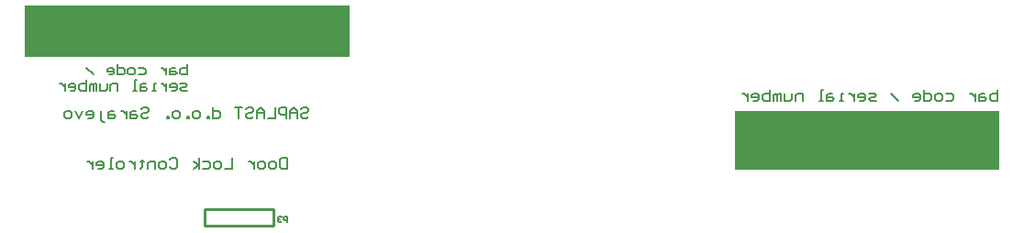
<source format=gbo>
%FSDAX23Y23*%
%MOIN*%
%SFA1B1*%

%IPPOS*%
%ADD28C,0.010000*%
%ADD44C,0.005000*%
%ADD45C,0.008000*%
%ADD72R,0.963000X0.215000*%
%ADD73R,1.182000X0.190000*%
%LNde-060718-1*%
%LPD*%
G54D28*
X02134Y02298D02*
Y02358D01*
X01884D02*
X02134D01*
X01884Y02298D02*
Y02358D01*
Y02298D02*
X02134D01*
G54D44*
X01822Y02886D02*
Y02848D01*
X01803*
X01796Y02854*
Y02861*
Y02867*
X01803Y02873*
X01822*
X01777D02*
X01765D01*
X01758Y02867*
Y02848*
X01777*
X01784Y02854*
X01777Y02861*
X01758*
X01746Y02873D02*
Y02848D01*
Y02861*
X01739Y02867*
X01733Y02873*
X01727*
X01644D02*
X01663D01*
X01670Y02867*
Y02854*
X01663Y02848*
X01644*
X01625D02*
X01613D01*
X01606Y02854*
Y02867*
X01613Y02873*
X01625*
X01632Y02867*
Y02854*
X01625Y02848*
X01568Y02886D02*
Y02848D01*
X01587*
X01594Y02854*
Y02867*
X01587Y02873*
X01568*
X01537Y02848D02*
X01549D01*
X01556Y02854*
Y02867*
X01549Y02873*
X01537*
X01530Y02867*
Y02861*
X01556*
X01480Y02848D02*
X01454Y02873D01*
X01822Y02791D02*
X01803D01*
X01796Y02797*
X01803Y02803*
X01815*
X01822Y02810*
X01815Y02816*
X01796*
X01765Y02791D02*
X01777D01*
X01784Y02797*
Y02810*
X01777Y02816*
X01765*
X01758Y02810*
Y02803*
X01784*
X01746Y02816D02*
Y02791D01*
Y02803*
X01739Y02810*
X01733Y02816*
X01727*
X01708Y02791D02*
X01695D01*
X01701*
Y02816*
X01708*
X01670D02*
X01657D01*
X01651Y02810*
Y02791*
X01670*
X01676Y02797*
X01670Y02803*
X01651*
X01638Y02791D02*
X01625D01*
X01632*
Y02829*
X01638*
X01568Y02791D02*
Y02816D01*
X01549*
X01543Y02810*
Y02791*
X01530Y02816D02*
Y02797D01*
X01524Y02791*
X01505*
Y02816*
X01492Y02791D02*
Y02816D01*
X01486*
X01480Y02810*
Y02791*
Y02810*
X01473Y02816*
X01467Y02810*
Y02791*
X01454Y02829D02*
Y02791D01*
X01435*
X01429Y02797*
Y02803*
Y02810*
X01435Y02816*
X01454*
X01397Y02791D02*
X01410D01*
X01416Y02797*
Y02810*
X01410Y02816*
X01397*
X01391Y02810*
Y02803*
X01416*
X01378Y02816D02*
Y02791D01*
Y02803*
X01372Y02810*
X01366Y02816*
X01359*
X02186Y02313D02*
Y02333D01*
X02176*
X02172Y02329*
Y02323*
X02176Y02319*
X02186*
X02166Y02329D02*
X02162Y02333D01*
X02156*
X02152Y02329*
Y02326*
X02156Y02323*
X02159*
X02156*
X02152Y02319*
Y02316*
X02156Y02313*
X02162*
X02166Y02316*
X04764Y02792D02*
Y02752D01*
X04744*
X04737Y02758*
Y02765*
Y02772*
X04744Y02778*
X04764*
X04717D02*
X04704D01*
X04697Y02772*
Y02752*
X04717*
X04724Y02758*
X04717Y02765*
X04697*
X04684Y02778D02*
Y02752D01*
Y02765*
X04677Y02772*
X04670Y02778*
X04664*
X04577D02*
X04597D01*
X04604Y02772*
Y02758*
X04597Y02752*
X04577*
X04557D02*
X04544D01*
X04537Y02758*
Y02772*
X04544Y02778*
X04557*
X04564Y02772*
Y02758*
X04557Y02752*
X04497Y02792D02*
Y02752D01*
X04517*
X04524Y02758*
Y02772*
X04517Y02778*
X04497*
X04464Y02752D02*
X04477D01*
X04484Y02758*
Y02772*
X04477Y02778*
X04464*
X04457Y02772*
Y02765*
X04484*
X04404Y02752D02*
X04377Y02778D01*
X04324Y02752D02*
X04304D01*
X04297Y02758*
X04304Y02765*
X04317*
X04324Y02772*
X04317Y02778*
X04297*
X04264Y02752D02*
X04277D01*
X04284Y02758*
Y02772*
X04277Y02778*
X04264*
X04257Y02772*
Y02765*
X04284*
X04244Y02778D02*
Y02752D01*
Y02765*
X04237Y02772*
X04230Y02778*
X04224*
X04204Y02752D02*
X04190D01*
X04197*
Y02778*
X04204*
X04164D02*
X04150D01*
X04144Y02772*
Y02752*
X04164*
X04170Y02758*
X04164Y02765*
X04144*
X04130Y02752D02*
X04117D01*
X04124*
Y02792*
X04130*
X04057Y02752D02*
Y02778D01*
X04037*
X04030Y02772*
Y02752*
X04017Y02778D02*
Y02758D01*
X04010Y02752*
X03990*
Y02778*
X03977Y02752D02*
Y02778D01*
X03970*
X03964Y02772*
Y02752*
Y02772*
X03957Y02778*
X03950Y02772*
Y02752*
X03937Y02792D02*
Y02752D01*
X03917*
X03910Y02758*
Y02765*
Y02772*
X03917Y02778*
X03937*
X03877Y02752D02*
X03890D01*
X03897Y02758*
Y02772*
X03890Y02778*
X03877*
X03871Y02772*
Y02765*
X03897*
X03857Y02778D02*
Y02752D01*
Y02765*
X03851Y02772*
X03844Y02778*
X03837*
G54D45*
X02185Y02547D02*
Y02507D01*
X02165*
X02158Y02513*
Y02540*
X02165Y02547*
X02185*
X02138Y02507D02*
X02125D01*
X02118Y02513*
Y02527*
X02125Y02533*
X02138*
X02145Y02527*
Y02513*
X02138Y02507*
X02098D02*
X02085D01*
X02078Y02513*
Y02527*
X02085Y02533*
X02098*
X02105Y02527*
Y02513*
X02098Y02507*
X02065Y02533D02*
Y02507D01*
Y02520*
X02058Y02527*
X02051Y02533*
X02045*
X01985Y02547D02*
Y02507D01*
X01958*
X01938D02*
X01925D01*
X01918Y02513*
Y02527*
X01925Y02533*
X01938*
X01945Y02527*
Y02513*
X01938Y02507*
X01878Y02533D02*
X01898D01*
X01905Y02527*
Y02513*
X01898Y02507*
X01878*
X01865D02*
Y02547D01*
Y02520D02*
X01845Y02533D01*
X01865Y02520D02*
X01845Y02507D01*
X01758Y02540D02*
X01765Y02547D01*
X01778*
X01785Y02540*
Y02513*
X01778Y02507*
X01765*
X01758Y02513*
X01738Y02507D02*
X01725D01*
X01718Y02513*
Y02527*
X01725Y02533*
X01738*
X01745Y02527*
Y02513*
X01738Y02507*
X01705D02*
Y02533D01*
X01685*
X01678Y02527*
Y02507*
X01658Y02540D02*
Y02533D01*
X01665*
X01651*
X01658*
Y02513*
X01651Y02507*
X01631Y02533D02*
Y02507D01*
Y02520*
X01625Y02527*
X01618Y02533*
X01611*
X01585Y02507D02*
X01571D01*
X01565Y02513*
Y02527*
X01571Y02533*
X01585*
X01591Y02527*
Y02513*
X01585Y02507*
X01551D02*
X01538D01*
X01545*
Y02547*
X01551*
X01498Y02507D02*
X01511D01*
X01518Y02513*
Y02527*
X01511Y02533*
X01498*
X01491Y02527*
Y02520*
X01518*
X01478Y02533D02*
Y02507D01*
Y02520*
X01471Y02527*
X01465Y02533*
X01458*
X02235Y02724D02*
X02242Y02731D01*
X02255*
X02262Y02724*
Y02717*
X02255Y02711*
X02242*
X02235Y02704*
Y02697*
X02242Y02691*
X02255*
X02262Y02697*
X02222Y02691D02*
Y02717D01*
X02208Y02731*
X02195Y02717*
Y02691*
Y02711*
X02222*
X02182Y02691D02*
Y02731D01*
X02162*
X02155Y02724*
Y02711*
X02162Y02704*
X02182*
X02142Y02731D02*
Y02691D01*
X02115*
X02102D02*
Y02717D01*
X02088Y02731*
X02075Y02717*
Y02691*
Y02711*
X02102*
X02035Y02724D02*
X02042Y02731D01*
X02055*
X02062Y02724*
Y02717*
X02055Y02711*
X02042*
X02035Y02704*
Y02697*
X02042Y02691*
X02055*
X02062Y02697*
X02022Y02731D02*
X01995D01*
X02008*
Y02691*
X01915Y02731D02*
Y02691D01*
X01935*
X01942Y02697*
Y02711*
X01935Y02717*
X01915*
X01902Y02691D02*
Y02697D01*
X01895*
Y02691*
X01902*
X01862D02*
X01848D01*
X01842Y02697*
Y02711*
X01848Y02717*
X01862*
X01868Y02711*
Y02697*
X01862Y02691*
X01828D02*
Y02697D01*
X01822*
Y02691*
X01828*
X01788D02*
X01775D01*
X01768Y02697*
Y02711*
X01775Y02717*
X01788*
X01795Y02711*
Y02697*
X01788Y02691*
X01755D02*
Y02697D01*
X01748*
Y02691*
X01755*
X01655Y02724D02*
X01662Y02731D01*
X01675*
X01682Y02724*
Y02717*
X01675Y02711*
X01662*
X01655Y02704*
Y02697*
X01662Y02691*
X01675*
X01682Y02697*
X01635Y02717D02*
X01622D01*
X01615Y02711*
Y02691*
X01635*
X01642Y02697*
X01635Y02704*
X01615*
X01602Y02717D02*
Y02691D01*
Y02704*
X01595Y02711*
X01588Y02717*
X01582*
X01555D02*
X01542D01*
X01535Y02711*
Y02691*
X01555*
X01562Y02697*
X01555Y02704*
X01535*
X01522Y02677D02*
X01515D01*
X01508Y02684*
Y02717*
X01462Y02691D02*
X01475D01*
X01482Y02697*
Y02711*
X01475Y02717*
X01462*
X01455Y02711*
Y02704*
X01482*
X01442Y02717D02*
X01428Y02691D01*
X01415Y02717*
X01395Y02691D02*
X01382D01*
X01375Y02697*
Y02711*
X01382Y02717*
X01395*
X01402Y02711*
Y02697*
X01395Y02691*
G54D72*
X04292Y02610D03*
G54D73*
X01821Y03006D03*
M02*
</source>
